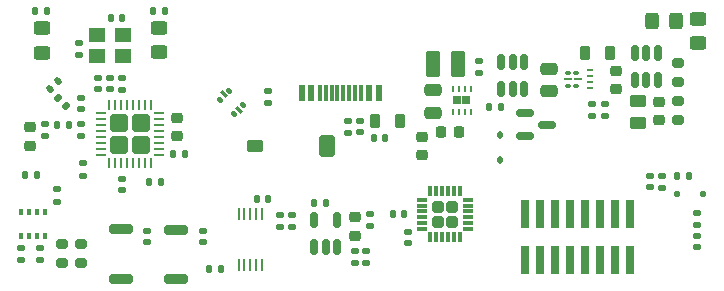
<source format=gtp>
G04 #@! TF.GenerationSoftware,KiCad,Pcbnew,9.0.0*
G04 #@! TF.CreationDate,2025-03-11T16:46:41+02:00*
G04 #@! TF.ProjectId,Plant-health-meter,506c616e-742d-4686-9561-6c74682d6d65,rev?*
G04 #@! TF.SameCoordinates,Original*
G04 #@! TF.FileFunction,Paste,Top*
G04 #@! TF.FilePolarity,Positive*
%FSLAX46Y46*%
G04 Gerber Fmt 4.6, Leading zero omitted, Abs format (unit mm)*
G04 Created by KiCad (PCBNEW 9.0.0) date 2025-03-11 16:46:41*
%MOMM*%
%LPD*%
G01*
G04 APERTURE LIST*
G04 Aperture macros list*
%AMRoundRect*
0 Rectangle with rounded corners*
0 $1 Rounding radius*
0 $2 $3 $4 $5 $6 $7 $8 $9 X,Y pos of 4 corners*
0 Add a 4 corners polygon primitive as box body*
4,1,4,$2,$3,$4,$5,$6,$7,$8,$9,$2,$3,0*
0 Add four circle primitives for the rounded corners*
1,1,$1+$1,$2,$3*
1,1,$1+$1,$4,$5*
1,1,$1+$1,$6,$7*
1,1,$1+$1,$8,$9*
0 Add four rect primitives between the rounded corners*
20,1,$1+$1,$2,$3,$4,$5,0*
20,1,$1+$1,$4,$5,$6,$7,0*
20,1,$1+$1,$6,$7,$8,$9,0*
20,1,$1+$1,$8,$9,$2,$3,0*%
G04 Aperture macros list end*
%ADD10RoundRect,0.218750X-0.218750X-0.381250X0.218750X-0.381250X0.218750X0.381250X-0.218750X0.381250X0*%
%ADD11RoundRect,0.135000X0.185000X-0.135000X0.185000X0.135000X-0.185000X0.135000X-0.185000X-0.135000X0*%
%ADD12RoundRect,0.140000X-0.170000X0.140000X-0.170000X-0.140000X0.170000X-0.140000X0.170000X0.140000X0*%
%ADD13RoundRect,0.135000X-0.185000X0.135000X-0.185000X-0.135000X0.185000X-0.135000X0.185000X0.135000X0*%
%ADD14RoundRect,0.140000X0.170000X-0.140000X0.170000X0.140000X-0.170000X0.140000X-0.170000X-0.140000X0*%
%ADD15RoundRect,0.218750X0.218750X0.381250X-0.218750X0.381250X-0.218750X-0.381250X0.218750X-0.381250X0*%
%ADD16RoundRect,0.162500X-0.487500X-0.787500X0.487500X-0.787500X0.487500X0.787500X-0.487500X0.787500X0*%
%ADD17RoundRect,0.137500X-0.512500X-0.412500X0.512500X-0.412500X0.512500X0.412500X-0.512500X0.412500X0*%
%ADD18RoundRect,0.250000X-0.495000X-0.495000X0.495000X-0.495000X0.495000X0.495000X-0.495000X0.495000X0*%
%ADD19RoundRect,0.062500X-0.337500X-0.062500X0.337500X-0.062500X0.337500X0.062500X-0.337500X0.062500X0*%
%ADD20RoundRect,0.062500X-0.062500X-0.337500X0.062500X-0.337500X0.062500X0.337500X-0.062500X0.337500X0*%
%ADD21R,0.250000X1.100000*%
%ADD22RoundRect,0.200000X0.275000X-0.200000X0.275000X0.200000X-0.275000X0.200000X-0.275000X-0.200000X0*%
%ADD23RoundRect,0.150000X-0.150000X0.512500X-0.150000X-0.512500X0.150000X-0.512500X0.150000X0.512500X0*%
%ADD24RoundRect,0.225000X0.250000X-0.225000X0.250000X0.225000X-0.250000X0.225000X-0.250000X-0.225000X0*%
%ADD25RoundRect,0.250000X-0.450000X0.325000X-0.450000X-0.325000X0.450000X-0.325000X0.450000X0.325000X0*%
%ADD26RoundRect,0.087500X-0.150000X-0.087500X0.150000X-0.087500X0.150000X0.087500X-0.150000X0.087500X0*%
%ADD27RoundRect,0.050000X-0.262500X-0.050000X0.262500X-0.050000X0.262500X0.050000X-0.262500X0.050000X0*%
%ADD28RoundRect,0.062500X-0.162500X-0.062500X0.162500X-0.062500X0.162500X0.062500X-0.162500X0.062500X0*%
%ADD29R,0.600000X1.450000*%
%ADD30R,0.300000X1.450000*%
%ADD31RoundRect,0.250000X-0.475000X0.250000X-0.475000X-0.250000X0.475000X-0.250000X0.475000X0.250000X0*%
%ADD32RoundRect,0.225000X0.225000X0.250000X-0.225000X0.250000X-0.225000X-0.250000X0.225000X-0.250000X0*%
%ADD33RoundRect,0.135000X-0.135000X-0.185000X0.135000X-0.185000X0.135000X0.185000X-0.135000X0.185000X0*%
%ADD34RoundRect,0.140000X-0.140000X-0.170000X0.140000X-0.170000X0.140000X0.170000X-0.140000X0.170000X0*%
%ADD35RoundRect,0.150000X-0.587500X-0.150000X0.587500X-0.150000X0.587500X0.150000X-0.587500X0.150000X0*%
%ADD36RoundRect,0.200000X-0.800000X0.200000X-0.800000X-0.200000X0.800000X-0.200000X0.800000X0.200000X0*%
%ADD37RoundRect,0.093750X0.176777X-0.044194X-0.044194X0.176777X-0.176777X0.044194X0.044194X-0.176777X0*%
%ADD38RoundRect,0.075000X0.229810X-0.123744X-0.123744X0.229810X-0.229810X0.123744X0.123744X-0.229810X0*%
%ADD39RoundRect,0.225000X-0.250000X0.225000X-0.250000X-0.225000X0.250000X-0.225000X0.250000X0.225000X0*%
%ADD40RoundRect,0.112500X-0.112500X0.187500X-0.112500X-0.187500X0.112500X-0.187500X0.112500X0.187500X0*%
%ADD41RoundRect,0.140000X0.140000X0.170000X-0.140000X0.170000X-0.140000X-0.170000X0.140000X-0.170000X0*%
%ADD42RoundRect,0.125000X-0.125000X-0.125000X0.125000X-0.125000X0.125000X0.125000X-0.125000X0.125000X0*%
%ADD43R,0.650000X0.750000*%
%ADD44RoundRect,0.062500X0.062500X-0.187500X0.062500X0.187500X-0.062500X0.187500X-0.062500X-0.187500X0*%
%ADD45R,0.350000X0.500000*%
%ADD46RoundRect,0.247500X0.247500X-0.247500X0.247500X0.247500X-0.247500X0.247500X-0.247500X-0.247500X0*%
%ADD47RoundRect,0.075000X0.075000X-0.362500X0.075000X0.362500X-0.075000X0.362500X-0.075000X-0.362500X0*%
%ADD48RoundRect,0.075000X0.362500X-0.075000X0.362500X0.075000X-0.362500X0.075000X-0.362500X-0.075000X0*%
%ADD49RoundRect,0.135000X0.135000X0.185000X-0.135000X0.185000X-0.135000X-0.185000X0.135000X-0.185000X0*%
%ADD50RoundRect,0.150000X0.150000X-0.512500X0.150000X0.512500X-0.150000X0.512500X-0.150000X-0.512500X0*%
%ADD51RoundRect,0.250000X0.375000X0.850000X-0.375000X0.850000X-0.375000X-0.850000X0.375000X-0.850000X0*%
%ADD52R,0.740000X2.400000*%
%ADD53RoundRect,0.250000X-0.325000X-0.450000X0.325000X-0.450000X0.325000X0.450000X-0.325000X0.450000X0*%
%ADD54RoundRect,0.140000X0.021213X-0.219203X0.219203X-0.021213X-0.021213X0.219203X-0.219203X0.021213X0*%
%ADD55RoundRect,0.200000X-0.275000X0.200000X-0.275000X-0.200000X0.275000X-0.200000X0.275000X0.200000X0*%
%ADD56RoundRect,0.250000X0.475000X-0.250000X0.475000X0.250000X-0.475000X0.250000X-0.475000X-0.250000X0*%
%ADD57RoundRect,0.250000X-0.450000X0.262500X-0.450000X-0.262500X0.450000X-0.262500X0.450000X0.262500X0*%
%ADD58R,1.400000X1.200000*%
%ADD59RoundRect,0.147500X-0.226274X-0.017678X-0.017678X-0.226274X0.226274X0.017678X0.017678X0.226274X0*%
%ADD60RoundRect,0.147500X0.147500X0.172500X-0.147500X0.172500X-0.147500X-0.172500X0.147500X-0.172500X0*%
%ADD61RoundRect,0.250000X0.450000X-0.325000X0.450000X0.325000X-0.450000X0.325000X-0.450000X-0.325000X0*%
G04 APERTURE END LIST*
D10*
G04 #@! TO.C,L2*
X123737500Y-108100000D03*
X125862500Y-108100000D03*
G04 #@! TD*
D11*
G04 #@! TO.C,R24*
X151000000Y-116909999D03*
X151000000Y-115890001D03*
G04 #@! TD*
D12*
G04 #@! TO.C,C29*
X151000000Y-117840000D03*
X151000000Y-118800000D03*
G04 #@! TD*
D13*
G04 #@! TO.C,R19*
X122000000Y-119090001D03*
X122000000Y-120109999D03*
G04 #@! TD*
D14*
G04 #@! TO.C,C27*
X123000000Y-120080000D03*
X123000000Y-119120000D03*
G04 #@! TD*
D11*
G04 #@! TO.C,R26*
X115700000Y-117109999D03*
X115700000Y-116090001D03*
G04 #@! TD*
D13*
G04 #@! TO.C,R25*
X116700000Y-116090001D03*
X116700000Y-117109999D03*
G04 #@! TD*
D15*
G04 #@! TO.C,L1*
X143612498Y-102300000D03*
X141487498Y-102300000D03*
G04 #@! TD*
D13*
G04 #@! TO.C,R4*
X114700000Y-105590001D03*
X114700000Y-106609999D03*
G04 #@! TD*
D14*
G04 #@! TO.C,C28*
X147000000Y-113719999D03*
X147000000Y-112759999D03*
G04 #@! TD*
D16*
G04 #@! TO.C,D6*
X119650000Y-110200000D03*
D17*
X113550000Y-110200000D03*
G04 #@! TD*
D18*
G04 #@! TO.C,U6*
X102075000Y-108275000D03*
X102075000Y-110125000D03*
X103925000Y-108275000D03*
X103925000Y-110125000D03*
D19*
X100550000Y-107450000D03*
X100550000Y-107950000D03*
X100550000Y-108450000D03*
X100550000Y-108950000D03*
X100550000Y-109450000D03*
X100550000Y-109950000D03*
X100550000Y-110450000D03*
X100550000Y-110950000D03*
D20*
X101250000Y-111650000D03*
X101750000Y-111650000D03*
X102250000Y-111650000D03*
X102750000Y-111650000D03*
X103250000Y-111650000D03*
X103750000Y-111650000D03*
X104250000Y-111650000D03*
X104750000Y-111650000D03*
D19*
X105450000Y-110950000D03*
X105450000Y-110450000D03*
X105450000Y-109950000D03*
X105450000Y-109450000D03*
X105450000Y-108950000D03*
X105450000Y-108450000D03*
X105450000Y-107950000D03*
X105450000Y-107450000D03*
D20*
X104750000Y-106750000D03*
X104250000Y-106750000D03*
X103750000Y-106750000D03*
X103250000Y-106750000D03*
X102750000Y-106750000D03*
X102250000Y-106750000D03*
X101750000Y-106750000D03*
X101250000Y-106750000D03*
G04 #@! TD*
D13*
G04 #@! TO.C,R7*
X143199999Y-106650000D03*
X143199999Y-107669998D03*
G04 #@! TD*
D21*
G04 #@! TO.C,U9*
X112179998Y-120287500D03*
X112679998Y-120287500D03*
X113179998Y-120287501D03*
X113679998Y-120287500D03*
X114179998Y-120287500D03*
X114179998Y-115987500D03*
X113679998Y-115987500D03*
X113179998Y-115987499D03*
X112679998Y-115987500D03*
X112179998Y-115987500D03*
G04 #@! TD*
D11*
G04 #@! TO.C,R6*
X142099999Y-107669998D03*
X142099999Y-106650000D03*
G04 #@! TD*
D22*
G04 #@! TO.C,R1*
X149400000Y-108050000D03*
X149400000Y-106400000D03*
G04 #@! TD*
D23*
G04 #@! TO.C,U1*
X147650000Y-102362500D03*
X146700000Y-102362500D03*
X145750000Y-102362500D03*
X145750000Y-104637500D03*
X146700000Y-104637500D03*
X147650000Y-104637500D03*
G04 #@! TD*
D24*
G04 #@! TO.C,C6*
X127750000Y-110975000D03*
X127750000Y-109425000D03*
G04 #@! TD*
D25*
G04 #@! TO.C,D4*
X95500001Y-100250001D03*
X95500001Y-102299999D03*
G04 #@! TD*
D26*
G04 #@! TO.C,U2*
X140036999Y-104000000D03*
X140036999Y-105100000D03*
D27*
X140112499Y-104550000D03*
D26*
X140711999Y-104000000D03*
X140711999Y-105100000D03*
D27*
X140937998Y-104550000D03*
D28*
X141974999Y-105300000D03*
X141974999Y-104800000D03*
X141974999Y-104300000D03*
X141974999Y-103800000D03*
G04 #@! TD*
D29*
G04 #@! TO.C,J5*
X124050000Y-105745000D03*
X123250000Y-105745000D03*
D30*
X122050000Y-105745000D03*
X121050000Y-105745000D03*
X120550000Y-105745000D03*
X119550000Y-105745000D03*
D29*
X118350000Y-105745000D03*
X117550000Y-105745000D03*
X117550000Y-105745000D03*
X118350000Y-105745000D03*
D30*
X119050000Y-105745000D03*
X120050000Y-105745000D03*
X121550000Y-105745000D03*
X122550000Y-105745000D03*
D29*
X123250000Y-105745000D03*
X124050000Y-105745000D03*
G04 #@! TD*
D31*
G04 #@! TO.C,C8*
X128674999Y-105500007D03*
X128674999Y-107400005D03*
G04 #@! TD*
D32*
G04 #@! TO.C,C7*
X130849999Y-109050003D03*
X129299999Y-109050003D03*
G04 #@! TD*
D33*
G04 #@! TO.C,R11*
X104940002Y-98750001D03*
X105960000Y-98750001D03*
G04 #@! TD*
D11*
G04 #@! TO.C,R13*
X102300000Y-105450000D03*
X102300000Y-104430000D03*
G04 #@! TD*
G04 #@! TO.C,R17*
X99050000Y-112710000D03*
X99050000Y-111690000D03*
G04 #@! TD*
D12*
G04 #@! TO.C,C14*
X98800000Y-108375000D03*
X98800000Y-109335000D03*
G04 #@! TD*
D14*
G04 #@! TO.C,C19*
X100300000Y-105410000D03*
X100300000Y-104450000D03*
G04 #@! TD*
D34*
G04 #@! TO.C,C26*
X118590000Y-115012499D03*
X119550000Y-115012499D03*
G04 #@! TD*
D35*
G04 #@! TO.C,Q1*
X136412499Y-107450000D03*
X136412499Y-109350000D03*
X138287500Y-108400000D03*
G04 #@! TD*
D36*
G04 #@! TO.C,SW1*
X106900000Y-117300000D03*
X106900000Y-121500000D03*
G04 #@! TD*
D11*
G04 #@! TO.C,R9*
X132574998Y-104060001D03*
X132574998Y-103040003D03*
G04 #@! TD*
D33*
G04 #@! TO.C,R14*
X94090001Y-112700000D03*
X95109999Y-112700000D03*
G04 #@! TD*
D37*
G04 #@! TO.C,U3*
X111820971Y-107481111D03*
D38*
X112254074Y-107154074D03*
D37*
X112581111Y-106720971D03*
X111379029Y-105518889D03*
D38*
X110945926Y-105845926D03*
D37*
X110618889Y-106279029D03*
G04 #@! TD*
D14*
G04 #@! TO.C,C18*
X98800000Y-107085000D03*
X98800000Y-106125000D03*
G04 #@! TD*
D39*
G04 #@! TO.C,C1*
X147800000Y-106450000D03*
X147800000Y-108000000D03*
G04 #@! TD*
D40*
G04 #@! TO.C,D3*
X134324999Y-109300001D03*
X134324999Y-111400001D03*
G04 #@! TD*
D12*
G04 #@! TO.C,C11*
X98650000Y-101520000D03*
X98650000Y-102480000D03*
G04 #@! TD*
D41*
G04 #@! TO.C,C5*
X124580000Y-109500000D03*
X123620000Y-109500000D03*
G04 #@! TD*
D34*
G04 #@! TO.C,C10*
X101370000Y-99400000D03*
X102330000Y-99400000D03*
G04 #@! TD*
D12*
G04 #@! TO.C,C24*
X93750000Y-118870000D03*
X93750000Y-119830000D03*
G04 #@! TD*
D14*
G04 #@! TO.C,C9*
X109150000Y-118380000D03*
X109150000Y-117420000D03*
G04 #@! TD*
D41*
G04 #@! TO.C,C32*
X126186250Y-115950000D03*
X125226250Y-115950000D03*
G04 #@! TD*
D14*
G04 #@! TO.C,C21*
X101300000Y-105410000D03*
X101300000Y-104450000D03*
G04 #@! TD*
D36*
G04 #@! TO.C,SW2*
X102200000Y-117250000D03*
X102200000Y-121450000D03*
G04 #@! TD*
D34*
G04 #@! TO.C,C30*
X113720000Y-114700000D03*
X114680000Y-114700000D03*
G04 #@! TD*
D12*
G04 #@! TO.C,C22*
X104450000Y-117370000D03*
X104450000Y-118330000D03*
G04 #@! TD*
D42*
G04 #@! TO.C,D7*
X149299998Y-114250000D03*
X151499996Y-114250000D03*
G04 #@! TD*
D43*
G04 #@! TO.C,U5*
X130674999Y-106350002D03*
X131474999Y-106350002D03*
D44*
X130324998Y-107300002D03*
X130824999Y-107300002D03*
X131324999Y-107300002D03*
X131825000Y-107300002D03*
X131825000Y-105400002D03*
X131324999Y-105400002D03*
X130824999Y-105400002D03*
X130324998Y-105400002D03*
G04 #@! TD*
D11*
G04 #@! TO.C,R23*
X147999999Y-113749998D03*
X147999999Y-112730000D03*
G04 #@! TD*
D22*
G04 #@! TO.C,R20*
X97250000Y-120150000D03*
X97250000Y-118500000D03*
G04 #@! TD*
D45*
G04 #@! TO.C,U8*
X93799999Y-115800000D03*
X94450000Y-115800000D03*
X95100000Y-115800000D03*
X95750001Y-115800000D03*
X95750001Y-117850000D03*
X95100000Y-117850000D03*
X94450000Y-117850000D03*
X93799999Y-117850000D03*
G04 #@! TD*
D12*
G04 #@! TO.C,C23*
X95350000Y-118870000D03*
X95350000Y-119830000D03*
G04 #@! TD*
D46*
G04 #@! TO.C,U10*
X129046250Y-116610000D03*
X130266250Y-116610000D03*
X129046250Y-115390000D03*
X130266250Y-115390000D03*
D47*
X128406250Y-117937500D03*
X128906250Y-117937499D03*
X129406250Y-117937500D03*
X129906250Y-117937500D03*
X130406250Y-117937499D03*
X130906250Y-117937500D03*
D48*
X131593750Y-117250000D03*
X131593749Y-116750000D03*
X131593750Y-116250000D03*
X131593750Y-115750000D03*
X131593749Y-115250000D03*
X131593750Y-114750000D03*
D47*
X130906250Y-114062500D03*
X130406250Y-114062501D03*
X129906250Y-114062500D03*
X129406250Y-114062500D03*
X128906250Y-114062501D03*
X128406250Y-114062500D03*
D48*
X127718750Y-114750000D03*
X127718751Y-115250000D03*
X127718750Y-115750000D03*
X127718750Y-116250000D03*
X127718751Y-116750000D03*
X127718750Y-117250000D03*
G04 #@! TD*
D12*
G04 #@! TO.C,C17*
X102300000Y-112970000D03*
X102300000Y-113930000D03*
G04 #@! TD*
G04 #@! TO.C,C4*
X122492502Y-108104300D03*
X122492502Y-109064300D03*
G04 #@! TD*
D49*
G04 #@! TO.C,R10*
X96000000Y-98799999D03*
X94980002Y-98799999D03*
G04 #@! TD*
D13*
G04 #@! TO.C,R18*
X123320003Y-116002502D03*
X123320003Y-117022500D03*
G04 #@! TD*
D11*
G04 #@! TO.C,R15*
X96800000Y-114909999D03*
X96800000Y-113890001D03*
G04 #@! TD*
D39*
G04 #@! TO.C,C12*
X94500000Y-108625000D03*
X94500000Y-110175000D03*
G04 #@! TD*
D23*
G04 #@! TO.C,U4*
X136324998Y-103112500D03*
X135374999Y-103112500D03*
X134425000Y-103112500D03*
X134425000Y-105387500D03*
X135374999Y-105387500D03*
X136324998Y-105387500D03*
G04 #@! TD*
D50*
G04 #@! TO.C,U7*
X118600002Y-118750000D03*
X119550001Y-118750000D03*
X120500000Y-118750000D03*
X120500000Y-116475000D03*
X118600002Y-116475000D03*
G04 #@! TD*
D49*
G04 #@! TO.C,R12*
X105609999Y-113300000D03*
X104590001Y-113300000D03*
G04 #@! TD*
D12*
G04 #@! TO.C,C31*
X126506250Y-117470000D03*
X126506250Y-118430000D03*
G04 #@! TD*
D51*
G04 #@! TO.C,L3*
X130749999Y-103250000D03*
X128599999Y-103250000D03*
G04 #@! TD*
D52*
G04 #@! TO.C,J7*
X136460000Y-119900000D03*
X136460000Y-116000000D03*
X137730000Y-119900000D03*
X137730000Y-116000000D03*
X139000000Y-119900000D03*
X139000000Y-116000000D03*
X140270000Y-119900000D03*
X140270000Y-116000000D03*
X141540000Y-119900000D03*
X141540000Y-116000000D03*
X142810000Y-119900000D03*
X142810000Y-116000000D03*
X144080000Y-119900000D03*
X144080000Y-116000000D03*
X145350000Y-119900000D03*
X145350000Y-116000000D03*
G04 #@! TD*
D53*
G04 #@! TO.C,D2*
X147175001Y-99600000D03*
X149224999Y-99600000D03*
G04 #@! TD*
D54*
G04 #@! TO.C,C20*
X96192876Y-105414590D03*
X96871698Y-104735768D03*
G04 #@! TD*
D55*
G04 #@! TO.C,R2*
X149400000Y-103175000D03*
X149400000Y-104825000D03*
G04 #@! TD*
D39*
G04 #@! TO.C,C2*
X144099999Y-103875000D03*
X144099999Y-105425000D03*
G04 #@! TD*
D33*
G04 #@! TO.C,R8*
X133390001Y-106900000D03*
X134409999Y-106900000D03*
G04 #@! TD*
D56*
G04 #@! TO.C,C3*
X138449999Y-105549999D03*
X138449999Y-103650001D03*
G04 #@! TD*
D11*
G04 #@! TO.C,R5*
X121452502Y-109114299D03*
X121452502Y-108094301D03*
G04 #@! TD*
D57*
G04 #@! TO.C,R3*
X146000000Y-106437500D03*
X146000000Y-108262500D03*
G04 #@! TD*
D58*
G04 #@! TO.C,Y1*
X100200000Y-102550000D03*
X102400000Y-102550000D03*
X102400000Y-100850000D03*
X100200000Y-100850000D03*
G04 #@! TD*
D33*
G04 #@! TO.C,R16*
X109690001Y-120600000D03*
X110709999Y-120600000D03*
G04 #@! TD*
D59*
G04 #@! TO.C,L5*
X96907053Y-106157053D03*
X97592947Y-106842947D03*
G04 #@! TD*
D12*
G04 #@! TO.C,C13*
X95800000Y-108375000D03*
X95800000Y-109335000D03*
G04 #@! TD*
D55*
G04 #@! TO.C,R21*
X98800000Y-118475000D03*
X98800000Y-120125000D03*
G04 #@! TD*
D33*
G04 #@! TO.C,R22*
X149290001Y-112749999D03*
X150309999Y-112749999D03*
G04 #@! TD*
D60*
G04 #@! TO.C,L4*
X97785000Y-108415000D03*
X96815000Y-108415000D03*
G04 #@! TD*
D61*
G04 #@! TO.C,D1*
X151100000Y-101524999D03*
X151100000Y-99475001D03*
G04 #@! TD*
D24*
G04 #@! TO.C,C16*
X107000000Y-109375000D03*
X107000000Y-107825000D03*
G04 #@! TD*
D25*
G04 #@! TO.C,D5*
X105450001Y-100225001D03*
X105450001Y-102274999D03*
G04 #@! TD*
D34*
G04 #@! TO.C,C15*
X106670000Y-110875000D03*
X107630000Y-110875000D03*
G04 #@! TD*
D39*
G04 #@! TO.C,C25*
X122050001Y-116262499D03*
X122050001Y-117812499D03*
G04 #@! TD*
M02*

</source>
